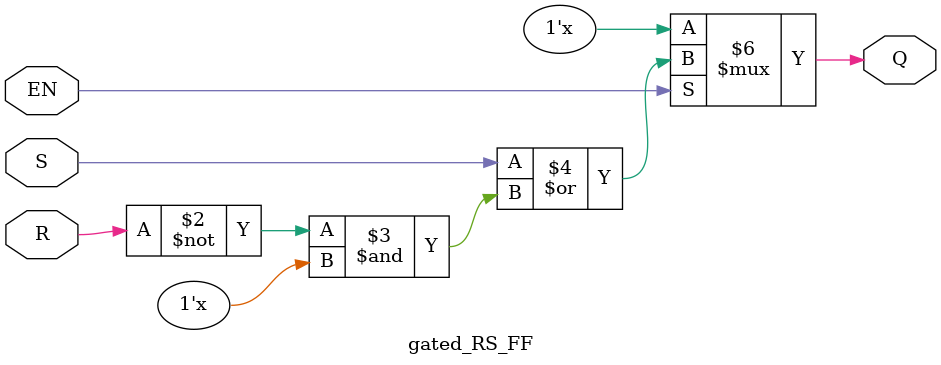
<source format=v>
module gated_RS_FF(R,S, EN, Q);
 input R;
input S;
 input EN;
 output Q;
reg Q;
always @(R or S or EN)
if(EN)
Q=S|(~R&Q);
endmodule
</source>
